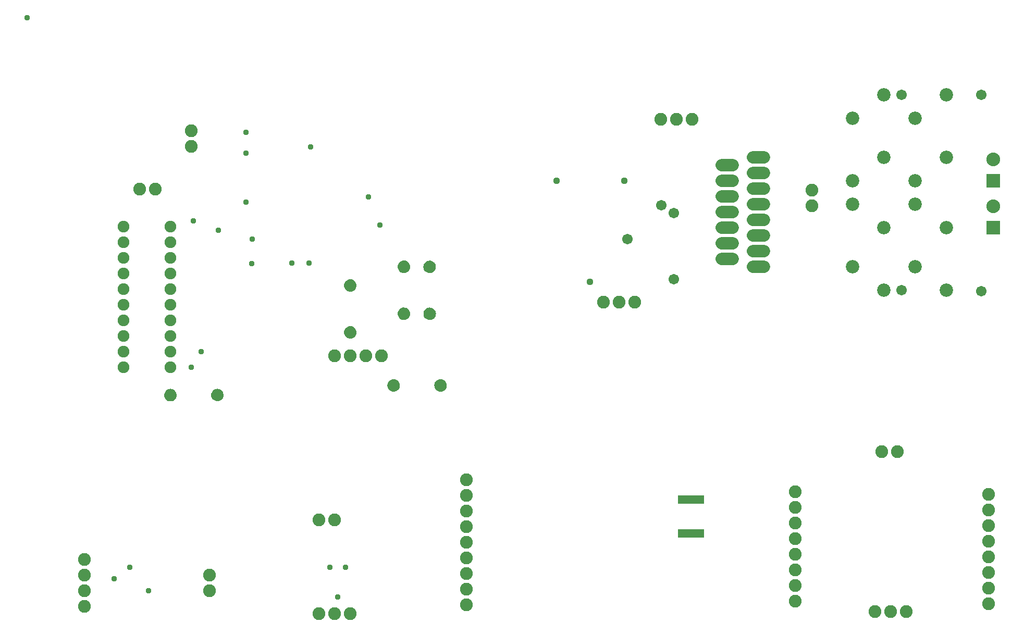
<source format=gbr>
G04 EAGLE Gerber RS-274X export*
G75*
%MOMM*%
%FSLAX34Y34*%
%LPD*%
%INSoldermask Bottom*%
%IPPOS*%
%AMOC8*
5,1,8,0,0,1.08239X$1,22.5*%
G01*
%ADD10C,2.082800*%
%ADD11R,4.303200X1.453200*%
%ADD12C,1.908300*%
%ADD13C,2.184400*%
%ADD14C,2.003200*%
%ADD15R,2.235200X2.235200*%
%ADD16C,2.235200*%
%ADD17C,0.959600*%
%ADD18C,1.703200*%
%ADD19C,1.109600*%

G36*
X1293085Y-27441D02*
X1293085Y-27441D01*
X1293128Y-27429D01*
X1293194Y-27420D01*
X1294811Y-26966D01*
X1294852Y-26947D01*
X1294880Y-26938D01*
X1294890Y-26936D01*
X1294894Y-26934D01*
X1294915Y-26927D01*
X1296429Y-26199D01*
X1296465Y-26173D01*
X1296524Y-26143D01*
X1297889Y-25162D01*
X1297920Y-25130D01*
X1297973Y-25090D01*
X1299147Y-23888D01*
X1299172Y-23851D01*
X1299217Y-23803D01*
X1300164Y-22415D01*
X1300182Y-22374D01*
X1300218Y-22318D01*
X1300910Y-20787D01*
X1300921Y-20744D01*
X1300947Y-20683D01*
X1301362Y-19054D01*
X1301365Y-19010D01*
X1301380Y-18945D01*
X1301506Y-17270D01*
X1301502Y-17223D01*
X1301504Y-17151D01*
X1301299Y-15316D01*
X1301285Y-15269D01*
X1301273Y-15194D01*
X1300713Y-13433D01*
X1300690Y-13391D01*
X1300664Y-13319D01*
X1299771Y-11702D01*
X1299741Y-11664D01*
X1299701Y-11599D01*
X1298510Y-10187D01*
X1298473Y-10156D01*
X1298421Y-10100D01*
X1296977Y-8947D01*
X1296935Y-8925D01*
X1296873Y-8880D01*
X1295232Y-8031D01*
X1295186Y-8017D01*
X1295117Y-7985D01*
X1293342Y-7472D01*
X1293294Y-7467D01*
X1293219Y-7450D01*
X1291379Y-7293D01*
X1291335Y-7297D01*
X1291270Y-7293D01*
X1289439Y-7453D01*
X1289393Y-7466D01*
X1289317Y-7476D01*
X1287553Y-7990D01*
X1287509Y-8011D01*
X1287437Y-8036D01*
X1285807Y-8885D01*
X1285769Y-8914D01*
X1285703Y-8953D01*
X1284270Y-10103D01*
X1284238Y-10139D01*
X1284181Y-10190D01*
X1283000Y-11598D01*
X1282976Y-11639D01*
X1282930Y-11700D01*
X1282720Y-12082D01*
X1282046Y-13312D01*
X1282031Y-13357D01*
X1281997Y-13426D01*
X1281445Y-15179D01*
X1281439Y-15226D01*
X1281419Y-15300D01*
X1281220Y-17127D01*
X1281223Y-17173D01*
X1281217Y-17242D01*
X1281340Y-18918D01*
X1281351Y-18961D01*
X1281357Y-19027D01*
X1281769Y-20657D01*
X1281787Y-20697D01*
X1281805Y-20761D01*
X1282493Y-22294D01*
X1282518Y-22331D01*
X1282547Y-22391D01*
X1283491Y-23781D01*
X1283522Y-23813D01*
X1283560Y-23867D01*
X1284731Y-25073D01*
X1284768Y-25099D01*
X1284815Y-25145D01*
X1286177Y-26129D01*
X1286218Y-26148D01*
X1286272Y-26185D01*
X1287785Y-26918D01*
X1287828Y-26930D01*
X1287839Y-26935D01*
X1287866Y-26948D01*
X1287871Y-26949D01*
X1287888Y-26957D01*
X1289505Y-27415D01*
X1289550Y-27420D01*
X1289614Y-27436D01*
X1291286Y-27607D01*
X1291334Y-27603D01*
X1291413Y-27607D01*
X1293085Y-27441D01*
G37*
G36*
X1216809Y-27517D02*
X1216809Y-27517D01*
X1216852Y-27505D01*
X1216918Y-27496D01*
X1218535Y-27042D01*
X1218576Y-27023D01*
X1218604Y-27014D01*
X1218614Y-27012D01*
X1218618Y-27010D01*
X1218639Y-27003D01*
X1220153Y-26275D01*
X1220189Y-26249D01*
X1220248Y-26219D01*
X1221613Y-25238D01*
X1221644Y-25206D01*
X1221697Y-25166D01*
X1222871Y-23964D01*
X1222896Y-23927D01*
X1222941Y-23879D01*
X1223888Y-22491D01*
X1223906Y-22450D01*
X1223942Y-22394D01*
X1224634Y-20863D01*
X1224645Y-20820D01*
X1224671Y-20759D01*
X1225086Y-19130D01*
X1225089Y-19086D01*
X1225104Y-19021D01*
X1225230Y-17346D01*
X1225226Y-17299D01*
X1225228Y-17227D01*
X1225023Y-15392D01*
X1225009Y-15345D01*
X1224997Y-15270D01*
X1224437Y-13509D01*
X1224414Y-13467D01*
X1224388Y-13395D01*
X1223495Y-11778D01*
X1223465Y-11740D01*
X1223425Y-11675D01*
X1222234Y-10263D01*
X1222197Y-10232D01*
X1222145Y-10176D01*
X1220701Y-9023D01*
X1220659Y-9001D01*
X1220597Y-8956D01*
X1218956Y-8107D01*
X1218910Y-8093D01*
X1218841Y-8061D01*
X1217066Y-7548D01*
X1217018Y-7543D01*
X1216943Y-7526D01*
X1215103Y-7369D01*
X1215059Y-7373D01*
X1214994Y-7369D01*
X1213163Y-7529D01*
X1213117Y-7542D01*
X1213041Y-7552D01*
X1211277Y-8066D01*
X1211233Y-8087D01*
X1211161Y-8112D01*
X1209531Y-8961D01*
X1209493Y-8990D01*
X1209427Y-9029D01*
X1207994Y-10179D01*
X1207962Y-10215D01*
X1207905Y-10266D01*
X1206724Y-11674D01*
X1206700Y-11715D01*
X1206654Y-11776D01*
X1206444Y-12158D01*
X1205770Y-13388D01*
X1205755Y-13433D01*
X1205721Y-13502D01*
X1205169Y-15255D01*
X1205163Y-15302D01*
X1205143Y-15376D01*
X1204944Y-17203D01*
X1204947Y-17249D01*
X1204941Y-17318D01*
X1205064Y-18994D01*
X1205075Y-19037D01*
X1205081Y-19103D01*
X1205493Y-20733D01*
X1205511Y-20773D01*
X1205529Y-20837D01*
X1206217Y-22370D01*
X1206242Y-22407D01*
X1206271Y-22467D01*
X1207215Y-23857D01*
X1207246Y-23889D01*
X1207284Y-23943D01*
X1208455Y-25149D01*
X1208492Y-25175D01*
X1208539Y-25221D01*
X1209901Y-26205D01*
X1209942Y-26224D01*
X1209996Y-26261D01*
X1211509Y-26994D01*
X1211552Y-27006D01*
X1211563Y-27011D01*
X1211590Y-27024D01*
X1211595Y-27025D01*
X1211612Y-27033D01*
X1213229Y-27491D01*
X1213274Y-27496D01*
X1213338Y-27512D01*
X1215010Y-27683D01*
X1215058Y-27679D01*
X1215137Y-27683D01*
X1216809Y-27517D01*
G37*
G36*
X1231851Y165124D02*
X1231851Y165124D01*
X1231923Y165122D01*
X1233759Y165327D01*
X1233805Y165341D01*
X1233880Y165353D01*
X1235641Y165913D01*
X1235683Y165936D01*
X1235755Y165962D01*
X1237372Y166855D01*
X1237410Y166885D01*
X1237475Y166925D01*
X1238887Y168116D01*
X1238918Y168153D01*
X1238974Y168205D01*
X1240127Y169649D01*
X1240150Y169691D01*
X1240194Y169753D01*
X1241043Y171394D01*
X1241058Y171440D01*
X1241089Y171509D01*
X1241602Y173284D01*
X1241607Y173332D01*
X1241625Y173407D01*
X1241781Y175247D01*
X1241777Y175291D01*
X1241781Y175356D01*
X1241621Y177187D01*
X1241608Y177233D01*
X1241598Y177309D01*
X1241084Y179073D01*
X1241063Y179117D01*
X1241038Y179189D01*
X1240189Y180819D01*
X1240160Y180857D01*
X1240121Y180923D01*
X1238971Y182356D01*
X1238935Y182388D01*
X1238884Y182445D01*
X1237476Y183626D01*
X1237435Y183650D01*
X1237374Y183696D01*
X1235762Y184580D01*
X1235717Y184595D01*
X1235648Y184629D01*
X1233895Y185181D01*
X1233848Y185187D01*
X1233774Y185207D01*
X1231947Y185407D01*
X1231901Y185403D01*
X1231832Y185409D01*
X1230156Y185286D01*
X1230113Y185275D01*
X1230047Y185269D01*
X1228417Y184858D01*
X1228377Y184839D01*
X1228313Y184821D01*
X1226780Y184133D01*
X1226743Y184108D01*
X1226683Y184079D01*
X1225293Y183135D01*
X1225261Y183104D01*
X1225207Y183066D01*
X1224001Y181895D01*
X1223975Y181859D01*
X1223929Y181811D01*
X1222945Y180449D01*
X1222926Y180408D01*
X1222889Y180354D01*
X1222156Y178841D01*
X1222144Y178798D01*
X1222117Y178738D01*
X1221659Y177121D01*
X1221654Y177076D01*
X1221638Y177012D01*
X1221467Y175340D01*
X1221471Y175292D01*
X1221467Y175213D01*
X1221633Y173541D01*
X1221645Y173498D01*
X1221654Y173433D01*
X1222108Y171815D01*
X1222127Y171774D01*
X1222147Y171711D01*
X1222875Y170197D01*
X1222901Y170161D01*
X1222931Y170102D01*
X1223912Y168737D01*
X1223944Y168706D01*
X1223984Y168653D01*
X1225186Y167479D01*
X1225223Y167454D01*
X1225271Y167409D01*
X1226659Y166462D01*
X1226700Y166444D01*
X1226756Y166408D01*
X1228287Y165716D01*
X1228330Y165705D01*
X1228391Y165679D01*
X1230020Y165264D01*
X1230064Y165261D01*
X1230129Y165246D01*
X1231804Y165120D01*
X1231851Y165124D01*
G37*
G36*
X1144851Y134724D02*
X1144851Y134724D01*
X1144923Y134722D01*
X1146759Y134927D01*
X1146805Y134941D01*
X1146880Y134953D01*
X1148641Y135513D01*
X1148683Y135536D01*
X1148755Y135562D01*
X1150372Y136455D01*
X1150410Y136485D01*
X1150475Y136525D01*
X1151887Y137716D01*
X1151918Y137753D01*
X1151974Y137805D01*
X1153127Y139249D01*
X1153150Y139291D01*
X1153194Y139353D01*
X1154043Y140994D01*
X1154058Y141040D01*
X1154089Y141109D01*
X1154602Y142884D01*
X1154607Y142932D01*
X1154625Y143007D01*
X1154781Y144847D01*
X1154777Y144891D01*
X1154781Y144956D01*
X1154621Y146787D01*
X1154608Y146833D01*
X1154598Y146909D01*
X1154084Y148673D01*
X1154063Y148717D01*
X1154038Y148789D01*
X1153189Y150419D01*
X1153160Y150457D01*
X1153121Y150523D01*
X1151971Y151956D01*
X1151935Y151988D01*
X1151884Y152045D01*
X1150476Y153226D01*
X1150435Y153250D01*
X1150374Y153296D01*
X1148762Y154180D01*
X1148717Y154195D01*
X1148648Y154229D01*
X1146895Y154781D01*
X1146848Y154787D01*
X1146774Y154807D01*
X1144947Y155007D01*
X1144901Y155003D01*
X1144832Y155009D01*
X1143156Y154886D01*
X1143113Y154875D01*
X1143047Y154869D01*
X1141417Y154458D01*
X1141377Y154439D01*
X1141313Y154421D01*
X1139780Y153733D01*
X1139743Y153708D01*
X1139683Y153679D01*
X1138293Y152735D01*
X1138261Y152704D01*
X1138207Y152666D01*
X1137001Y151495D01*
X1136975Y151459D01*
X1136929Y151411D01*
X1135945Y150049D01*
X1135926Y150008D01*
X1135889Y149954D01*
X1135156Y148441D01*
X1135144Y148398D01*
X1135117Y148338D01*
X1134659Y146721D01*
X1134654Y146676D01*
X1134638Y146612D01*
X1134467Y144940D01*
X1134471Y144892D01*
X1134467Y144813D01*
X1134633Y143141D01*
X1134645Y143098D01*
X1134654Y143033D01*
X1135108Y141415D01*
X1135127Y141374D01*
X1135147Y141311D01*
X1135875Y139797D01*
X1135901Y139761D01*
X1135931Y139702D01*
X1136912Y138337D01*
X1136944Y138306D01*
X1136984Y138253D01*
X1138186Y137079D01*
X1138223Y137054D01*
X1138271Y137009D01*
X1139659Y136062D01*
X1139700Y136044D01*
X1139756Y136008D01*
X1141287Y135316D01*
X1141330Y135305D01*
X1141391Y135279D01*
X1143020Y134864D01*
X1143064Y134861D01*
X1143129Y134846D01*
X1144804Y134720D01*
X1144851Y134724D01*
G37*
G36*
X1231927Y88848D02*
X1231927Y88848D01*
X1231999Y88846D01*
X1233835Y89051D01*
X1233881Y89065D01*
X1233956Y89077D01*
X1235717Y89637D01*
X1235759Y89660D01*
X1235831Y89686D01*
X1237448Y90579D01*
X1237486Y90609D01*
X1237551Y90649D01*
X1238963Y91840D01*
X1238994Y91877D01*
X1239050Y91929D01*
X1240203Y93373D01*
X1240226Y93415D01*
X1240270Y93477D01*
X1241119Y95118D01*
X1241134Y95164D01*
X1241165Y95233D01*
X1241678Y97008D01*
X1241683Y97056D01*
X1241701Y97131D01*
X1241857Y98971D01*
X1241853Y99015D01*
X1241857Y99080D01*
X1241697Y100911D01*
X1241684Y100957D01*
X1241674Y101033D01*
X1241160Y102797D01*
X1241139Y102841D01*
X1241114Y102913D01*
X1240265Y104543D01*
X1240236Y104581D01*
X1240197Y104647D01*
X1239047Y106080D01*
X1239011Y106112D01*
X1238960Y106169D01*
X1237552Y107350D01*
X1237511Y107374D01*
X1237450Y107420D01*
X1235838Y108304D01*
X1235793Y108319D01*
X1235724Y108353D01*
X1233971Y108905D01*
X1233924Y108911D01*
X1233850Y108931D01*
X1232023Y109131D01*
X1231977Y109127D01*
X1231908Y109133D01*
X1230232Y109010D01*
X1230189Y108999D01*
X1230123Y108993D01*
X1228493Y108582D01*
X1228453Y108563D01*
X1228389Y108545D01*
X1226856Y107857D01*
X1226819Y107832D01*
X1226759Y107803D01*
X1225369Y106859D01*
X1225337Y106828D01*
X1225283Y106790D01*
X1224077Y105619D01*
X1224051Y105583D01*
X1224005Y105535D01*
X1223021Y104173D01*
X1223002Y104132D01*
X1222965Y104078D01*
X1222232Y102565D01*
X1222220Y102522D01*
X1222193Y102462D01*
X1221735Y100845D01*
X1221730Y100800D01*
X1221714Y100736D01*
X1221543Y99064D01*
X1221547Y99016D01*
X1221543Y98937D01*
X1221709Y97265D01*
X1221721Y97222D01*
X1221730Y97157D01*
X1222184Y95539D01*
X1222203Y95498D01*
X1222223Y95435D01*
X1222951Y93921D01*
X1222977Y93885D01*
X1223007Y93826D01*
X1223988Y92461D01*
X1224020Y92430D01*
X1224060Y92377D01*
X1225262Y91203D01*
X1225299Y91178D01*
X1225347Y91133D01*
X1226735Y90186D01*
X1226776Y90168D01*
X1226832Y90132D01*
X1228363Y89440D01*
X1228406Y89429D01*
X1228467Y89403D01*
X1230096Y88988D01*
X1230140Y88985D01*
X1230205Y88970D01*
X1231880Y88844D01*
X1231927Y88848D01*
G37*
G36*
X1144927Y58448D02*
X1144927Y58448D01*
X1144999Y58446D01*
X1146835Y58651D01*
X1146881Y58665D01*
X1146956Y58677D01*
X1148717Y59237D01*
X1148759Y59260D01*
X1148831Y59286D01*
X1150448Y60179D01*
X1150486Y60209D01*
X1150551Y60249D01*
X1151963Y61440D01*
X1151994Y61477D01*
X1152050Y61529D01*
X1153203Y62973D01*
X1153226Y63015D01*
X1153270Y63077D01*
X1154119Y64718D01*
X1154134Y64764D01*
X1154165Y64833D01*
X1154678Y66608D01*
X1154683Y66656D01*
X1154701Y66731D01*
X1154857Y68571D01*
X1154853Y68615D01*
X1154857Y68680D01*
X1154697Y70511D01*
X1154684Y70557D01*
X1154674Y70633D01*
X1154160Y72397D01*
X1154139Y72441D01*
X1154114Y72513D01*
X1153265Y74143D01*
X1153236Y74181D01*
X1153197Y74247D01*
X1152047Y75680D01*
X1152011Y75712D01*
X1151960Y75769D01*
X1150552Y76950D01*
X1150511Y76974D01*
X1150450Y77020D01*
X1148838Y77904D01*
X1148793Y77919D01*
X1148724Y77953D01*
X1146971Y78505D01*
X1146924Y78511D01*
X1146850Y78531D01*
X1145023Y78731D01*
X1144977Y78727D01*
X1144908Y78733D01*
X1143232Y78610D01*
X1143189Y78599D01*
X1143123Y78593D01*
X1141493Y78182D01*
X1141453Y78163D01*
X1141389Y78145D01*
X1139856Y77457D01*
X1139819Y77432D01*
X1139759Y77403D01*
X1138369Y76459D01*
X1138337Y76428D01*
X1138283Y76390D01*
X1137077Y75219D01*
X1137051Y75183D01*
X1137005Y75135D01*
X1136021Y73773D01*
X1136002Y73732D01*
X1135965Y73678D01*
X1135232Y72165D01*
X1135220Y72122D01*
X1135193Y72062D01*
X1134735Y70445D01*
X1134730Y70400D01*
X1134714Y70336D01*
X1134543Y68664D01*
X1134547Y68616D01*
X1134543Y68537D01*
X1134709Y66865D01*
X1134721Y66822D01*
X1134730Y66757D01*
X1135184Y65139D01*
X1135203Y65098D01*
X1135223Y65035D01*
X1135951Y63521D01*
X1135977Y63485D01*
X1136007Y63426D01*
X1136988Y62061D01*
X1137020Y62030D01*
X1137060Y61977D01*
X1138262Y60803D01*
X1138299Y60778D01*
X1138347Y60733D01*
X1139735Y59786D01*
X1139776Y59768D01*
X1139832Y59732D01*
X1141363Y59040D01*
X1141406Y59029D01*
X1141467Y59003D01*
X1143096Y58588D01*
X1143140Y58585D01*
X1143205Y58570D01*
X1144880Y58444D01*
X1144927Y58448D01*
G37*
G36*
X1275068Y165190D02*
X1275068Y165190D01*
X1275111Y165201D01*
X1275177Y165207D01*
X1276807Y165619D01*
X1276847Y165637D01*
X1276911Y165655D01*
X1278444Y166343D01*
X1278481Y166368D01*
X1278541Y166397D01*
X1279931Y167341D01*
X1279963Y167372D01*
X1280017Y167410D01*
X1281223Y168581D01*
X1281249Y168618D01*
X1281295Y168665D01*
X1282279Y170027D01*
X1282298Y170068D01*
X1282335Y170122D01*
X1283068Y171635D01*
X1283080Y171678D01*
X1283107Y171738D01*
X1283565Y173355D01*
X1283570Y173400D01*
X1283586Y173464D01*
X1283757Y175136D01*
X1283753Y175184D01*
X1283757Y175263D01*
X1283591Y176935D01*
X1283579Y176978D01*
X1283570Y177044D01*
X1283116Y178661D01*
X1283097Y178702D01*
X1283077Y178765D01*
X1282349Y180279D01*
X1282323Y180315D01*
X1282293Y180374D01*
X1281312Y181739D01*
X1281280Y181770D01*
X1281240Y181823D01*
X1280038Y182997D01*
X1280001Y183022D01*
X1279953Y183067D01*
X1278565Y184014D01*
X1278524Y184032D01*
X1278468Y184068D01*
X1276937Y184760D01*
X1276894Y184771D01*
X1276833Y184797D01*
X1275204Y185212D01*
X1275160Y185215D01*
X1275095Y185230D01*
X1273420Y185356D01*
X1273373Y185352D01*
X1273301Y185354D01*
X1271466Y185149D01*
X1271419Y185135D01*
X1271344Y185123D01*
X1269583Y184563D01*
X1269541Y184540D01*
X1269469Y184514D01*
X1267852Y183621D01*
X1267814Y183591D01*
X1267749Y183551D01*
X1266337Y182360D01*
X1266306Y182323D01*
X1266250Y182271D01*
X1265097Y180827D01*
X1265075Y180785D01*
X1265030Y180723D01*
X1264181Y179082D01*
X1264167Y179036D01*
X1264135Y178967D01*
X1263622Y177192D01*
X1263617Y177144D01*
X1263600Y177069D01*
X1263443Y175229D01*
X1263447Y175185D01*
X1263443Y175120D01*
X1263603Y173289D01*
X1263616Y173243D01*
X1263624Y173182D01*
X1263624Y173180D01*
X1263626Y173167D01*
X1264140Y171403D01*
X1264161Y171359D01*
X1264186Y171287D01*
X1265035Y169657D01*
X1265064Y169619D01*
X1265103Y169553D01*
X1266253Y168120D01*
X1266289Y168088D01*
X1266340Y168031D01*
X1267748Y166850D01*
X1267789Y166826D01*
X1267850Y166780D01*
X1269462Y165896D01*
X1269507Y165881D01*
X1269576Y165847D01*
X1271329Y165295D01*
X1271376Y165289D01*
X1271450Y165269D01*
X1273277Y165070D01*
X1273323Y165073D01*
X1273392Y165067D01*
X1275068Y165190D01*
G37*
G36*
X1275144Y88914D02*
X1275144Y88914D01*
X1275187Y88925D01*
X1275253Y88931D01*
X1276883Y89343D01*
X1276923Y89361D01*
X1276987Y89379D01*
X1278520Y90067D01*
X1278557Y90092D01*
X1278617Y90121D01*
X1280007Y91065D01*
X1280039Y91096D01*
X1280093Y91134D01*
X1281299Y92305D01*
X1281325Y92342D01*
X1281371Y92389D01*
X1282355Y93751D01*
X1282374Y93792D01*
X1282411Y93846D01*
X1283144Y95359D01*
X1283156Y95402D01*
X1283183Y95462D01*
X1283641Y97079D01*
X1283646Y97124D01*
X1283662Y97188D01*
X1283833Y98860D01*
X1283829Y98908D01*
X1283833Y98987D01*
X1283667Y100659D01*
X1283655Y100702D01*
X1283646Y100768D01*
X1283192Y102385D01*
X1283173Y102426D01*
X1283153Y102489D01*
X1282425Y104003D01*
X1282399Y104039D01*
X1282369Y104098D01*
X1281388Y105463D01*
X1281356Y105494D01*
X1281316Y105547D01*
X1280114Y106721D01*
X1280077Y106746D01*
X1280029Y106791D01*
X1278641Y107738D01*
X1278600Y107756D01*
X1278544Y107792D01*
X1277013Y108484D01*
X1276970Y108495D01*
X1276909Y108521D01*
X1275280Y108936D01*
X1275236Y108939D01*
X1275171Y108954D01*
X1273496Y109080D01*
X1273449Y109076D01*
X1273377Y109078D01*
X1271542Y108873D01*
X1271495Y108859D01*
X1271420Y108847D01*
X1269659Y108287D01*
X1269617Y108264D01*
X1269545Y108238D01*
X1267928Y107345D01*
X1267890Y107315D01*
X1267825Y107275D01*
X1266413Y106084D01*
X1266382Y106047D01*
X1266326Y105995D01*
X1265173Y104551D01*
X1265151Y104509D01*
X1265106Y104447D01*
X1264257Y102806D01*
X1264243Y102760D01*
X1264211Y102691D01*
X1263698Y100916D01*
X1263693Y100868D01*
X1263676Y100793D01*
X1263519Y98953D01*
X1263523Y98909D01*
X1263519Y98844D01*
X1263679Y97013D01*
X1263692Y96967D01*
X1263700Y96906D01*
X1263700Y96904D01*
X1263702Y96891D01*
X1264216Y95127D01*
X1264237Y95083D01*
X1264262Y95011D01*
X1265111Y93381D01*
X1265140Y93343D01*
X1265179Y93277D01*
X1266329Y91844D01*
X1266365Y91812D01*
X1266416Y91755D01*
X1267824Y90574D01*
X1267865Y90550D01*
X1267926Y90504D01*
X1269538Y89620D01*
X1269583Y89605D01*
X1269652Y89571D01*
X1271405Y89019D01*
X1271452Y89013D01*
X1271526Y88993D01*
X1273353Y88794D01*
X1273399Y88797D01*
X1273468Y88791D01*
X1275144Y88914D01*
G37*
G36*
X928791Y-43277D02*
X928791Y-43277D01*
X928856Y-43281D01*
X930687Y-43121D01*
X930733Y-43108D01*
X930809Y-43098D01*
X932573Y-42584D01*
X932617Y-42563D01*
X932689Y-42538D01*
X934319Y-41689D01*
X934357Y-41660D01*
X934423Y-41621D01*
X935856Y-40471D01*
X935888Y-40435D01*
X935945Y-40384D01*
X937126Y-38976D01*
X937150Y-38935D01*
X937196Y-38874D01*
X937741Y-37881D01*
X938080Y-37262D01*
X938095Y-37217D01*
X938129Y-37148D01*
X938681Y-35395D01*
X938687Y-35348D01*
X938707Y-35274D01*
X938907Y-33447D01*
X938903Y-33401D01*
X938909Y-33332D01*
X938786Y-31656D01*
X938775Y-31613D01*
X938769Y-31547D01*
X938358Y-29917D01*
X938339Y-29877D01*
X938321Y-29813D01*
X937633Y-28280D01*
X937608Y-28243D01*
X937579Y-28183D01*
X936635Y-26793D01*
X936604Y-26761D01*
X936566Y-26707D01*
X935395Y-25501D01*
X935359Y-25475D01*
X935311Y-25429D01*
X933949Y-24445D01*
X933908Y-24426D01*
X933854Y-24389D01*
X932341Y-23656D01*
X932298Y-23644D01*
X932238Y-23617D01*
X930621Y-23159D01*
X930576Y-23154D01*
X930512Y-23138D01*
X928840Y-22967D01*
X928792Y-22971D01*
X928713Y-22967D01*
X927041Y-23133D01*
X926998Y-23145D01*
X926933Y-23154D01*
X925315Y-23608D01*
X925274Y-23627D01*
X925211Y-23647D01*
X923697Y-24375D01*
X923661Y-24401D01*
X923602Y-24431D01*
X922237Y-25412D01*
X922206Y-25444D01*
X922153Y-25484D01*
X920979Y-26686D01*
X920954Y-26723D01*
X920909Y-26771D01*
X919962Y-28159D01*
X919944Y-28200D01*
X919908Y-28256D01*
X919216Y-29787D01*
X919205Y-29830D01*
X919179Y-29891D01*
X918764Y-31520D01*
X918761Y-31564D01*
X918746Y-31629D01*
X918620Y-33304D01*
X918624Y-33351D01*
X918622Y-33423D01*
X918827Y-35259D01*
X918841Y-35305D01*
X918853Y-35380D01*
X919413Y-37141D01*
X919436Y-37183D01*
X919462Y-37255D01*
X920355Y-38872D01*
X920385Y-38910D01*
X920425Y-38975D01*
X921616Y-40387D01*
X921653Y-40418D01*
X921705Y-40474D01*
X923149Y-41627D01*
X923191Y-41650D01*
X923253Y-41694D01*
X924894Y-42543D01*
X924940Y-42558D01*
X925009Y-42589D01*
X926784Y-43102D01*
X926832Y-43107D01*
X926907Y-43125D01*
X928747Y-43281D01*
X928791Y-43277D01*
G37*
G36*
X852515Y-43353D02*
X852515Y-43353D01*
X852580Y-43357D01*
X854411Y-43197D01*
X854457Y-43184D01*
X854533Y-43174D01*
X856297Y-42660D01*
X856341Y-42639D01*
X856413Y-42614D01*
X858043Y-41765D01*
X858081Y-41736D01*
X858147Y-41697D01*
X859580Y-40547D01*
X859612Y-40511D01*
X859669Y-40460D01*
X860850Y-39052D01*
X860874Y-39011D01*
X860920Y-38950D01*
X861465Y-37957D01*
X861804Y-37338D01*
X861819Y-37293D01*
X861853Y-37224D01*
X862405Y-35471D01*
X862411Y-35424D01*
X862431Y-35350D01*
X862631Y-33523D01*
X862627Y-33477D01*
X862633Y-33408D01*
X862510Y-31732D01*
X862499Y-31689D01*
X862493Y-31623D01*
X862082Y-29993D01*
X862063Y-29953D01*
X862045Y-29889D01*
X861357Y-28356D01*
X861332Y-28319D01*
X861303Y-28259D01*
X860359Y-26869D01*
X860328Y-26837D01*
X860290Y-26783D01*
X859119Y-25577D01*
X859083Y-25551D01*
X859035Y-25505D01*
X857673Y-24521D01*
X857632Y-24502D01*
X857578Y-24465D01*
X856065Y-23732D01*
X856022Y-23720D01*
X855962Y-23693D01*
X854345Y-23235D01*
X854300Y-23230D01*
X854236Y-23214D01*
X852564Y-23043D01*
X852516Y-23047D01*
X852437Y-23043D01*
X850765Y-23209D01*
X850722Y-23221D01*
X850657Y-23230D01*
X849039Y-23684D01*
X848998Y-23703D01*
X848935Y-23723D01*
X847421Y-24451D01*
X847385Y-24477D01*
X847326Y-24507D01*
X845961Y-25488D01*
X845930Y-25520D01*
X845877Y-25560D01*
X844703Y-26762D01*
X844678Y-26799D01*
X844633Y-26847D01*
X843686Y-28235D01*
X843668Y-28276D01*
X843632Y-28332D01*
X842940Y-29863D01*
X842929Y-29906D01*
X842903Y-29967D01*
X842488Y-31596D01*
X842485Y-31640D01*
X842470Y-31705D01*
X842344Y-33380D01*
X842348Y-33427D01*
X842346Y-33499D01*
X842551Y-35335D01*
X842565Y-35381D01*
X842577Y-35456D01*
X843137Y-37217D01*
X843160Y-37259D01*
X843186Y-37331D01*
X844079Y-38948D01*
X844109Y-38986D01*
X844149Y-39051D01*
X845340Y-40463D01*
X845377Y-40494D01*
X845429Y-40550D01*
X846873Y-41703D01*
X846915Y-41726D01*
X846977Y-41770D01*
X848618Y-42619D01*
X848664Y-42634D01*
X848733Y-42665D01*
X850508Y-43178D01*
X850556Y-43183D01*
X850631Y-43201D01*
X852471Y-43357D01*
X852515Y-43353D01*
G37*
D10*
X1119120Y-235770D03*
X1093720Y-235770D03*
X1144520Y-388170D03*
X1119120Y-388170D03*
X1093720Y-388170D03*
X916300Y-326100D03*
X916300Y-351500D03*
X713100Y-300700D03*
X713100Y-326100D03*
X713100Y-351500D03*
X713100Y-376900D03*
X1333500Y-374200D03*
X1333500Y-348800D03*
X1333500Y-171000D03*
X1333500Y-196400D03*
X1333500Y-221800D03*
X1333500Y-247200D03*
X1333500Y-272600D03*
X1333500Y-298000D03*
X1333500Y-323400D03*
D11*
X1697990Y-258440D03*
X1697990Y-202940D03*
D10*
X1195500Y30500D03*
X1170100Y30500D03*
X1144700Y30500D03*
X1119300Y30500D03*
X886600Y371150D03*
X886600Y396550D03*
X827500Y301500D03*
X802100Y301500D03*
D12*
X852500Y11700D03*
X852500Y37100D03*
X852500Y62500D03*
X852500Y87900D03*
X852500Y113300D03*
X852500Y138700D03*
X852500Y164100D03*
X852500Y189500D03*
X852500Y214900D03*
X852500Y240300D03*
X776300Y240300D03*
X776300Y214900D03*
X776300Y189500D03*
X776300Y164100D03*
X776300Y138700D03*
X776300Y113300D03*
X776300Y87900D03*
X776300Y62500D03*
X776300Y37100D03*
X776300Y11700D03*
D10*
X2008300Y-125200D03*
X2033700Y-125200D03*
X2048200Y-384800D03*
X2022800Y-384800D03*
X1997400Y-384800D03*
X1867620Y-368430D03*
X1867620Y-343030D03*
X1867620Y-317630D03*
X1867620Y-292230D03*
X1867620Y-266830D03*
X1867620Y-241430D03*
X1867620Y-216030D03*
X1867620Y-190630D03*
X2181700Y-194800D03*
X2181700Y-220200D03*
X2181700Y-245600D03*
X2181700Y-271000D03*
X2181700Y-296400D03*
X2181700Y-321800D03*
X2181700Y-347200D03*
X2181700Y-372600D03*
D13*
X2112700Y238600D03*
X2112700Y137000D03*
X2061900Y276700D03*
X2061900Y175100D03*
X2061900Y314800D03*
X2061900Y416400D03*
X2112700Y352900D03*
X2112700Y454500D03*
X2011100Y137000D03*
X2011100Y238600D03*
X1960300Y175100D03*
X1960300Y276700D03*
X1960300Y416400D03*
X1960300Y314800D03*
X2011100Y454500D03*
X2011100Y352900D03*
D14*
X1766100Y264000D02*
X1748100Y264000D01*
X1798900Y276700D02*
X1816900Y276700D01*
X1766100Y289400D02*
X1748100Y289400D01*
X1798900Y302100D02*
X1816900Y302100D01*
X1766100Y314800D02*
X1748100Y314800D01*
X1798900Y327500D02*
X1816900Y327500D01*
X1816900Y251300D02*
X1798900Y251300D01*
X1766100Y238600D02*
X1748100Y238600D01*
X1798900Y225900D02*
X1816900Y225900D01*
X1766100Y213200D02*
X1748100Y213200D01*
X1798900Y200500D02*
X1816900Y200500D01*
X1766100Y340200D02*
X1748100Y340200D01*
X1798900Y352900D02*
X1816900Y352900D01*
X1766100Y187800D02*
X1748100Y187800D01*
X1798900Y175100D02*
X1816900Y175100D01*
D10*
X1607100Y118100D03*
X1581700Y118100D03*
X1556300Y118100D03*
D15*
X2188900Y238600D03*
D16*
X2188900Y273600D03*
D15*
X2188900Y314800D03*
D16*
X2188900Y349800D03*
D10*
X1895000Y300000D03*
X1895000Y274600D03*
X1700000Y415000D03*
X1674600Y415000D03*
X1649200Y415000D03*
D17*
X1050000Y181000D03*
X1078000Y181000D03*
X930000Y235000D03*
X984200Y180800D03*
D18*
X2040000Y455000D03*
X2040310Y137000D03*
X1670000Y155000D03*
D19*
X1590000Y315000D03*
X1480000Y315000D03*
X1533580Y150970D03*
D18*
X1670000Y262730D03*
D17*
X1136900Y-313240D03*
X1111500Y-313240D03*
X1124200Y-361500D03*
X761106Y-331688D03*
X816732Y-350992D03*
X786760Y-313146D03*
X1080000Y370000D03*
X985000Y220000D03*
D18*
X1595000Y220000D03*
X1650000Y275000D03*
D17*
X975000Y360000D03*
X975000Y393750D03*
X886000Y12000D03*
X975000Y280000D03*
X902000Y37000D03*
X1192500Y243500D03*
X890000Y250000D03*
X1174000Y288500D03*
D18*
X2170000Y455000D03*
X2169850Y135730D03*
D17*
X620000Y580000D03*
M02*

</source>
